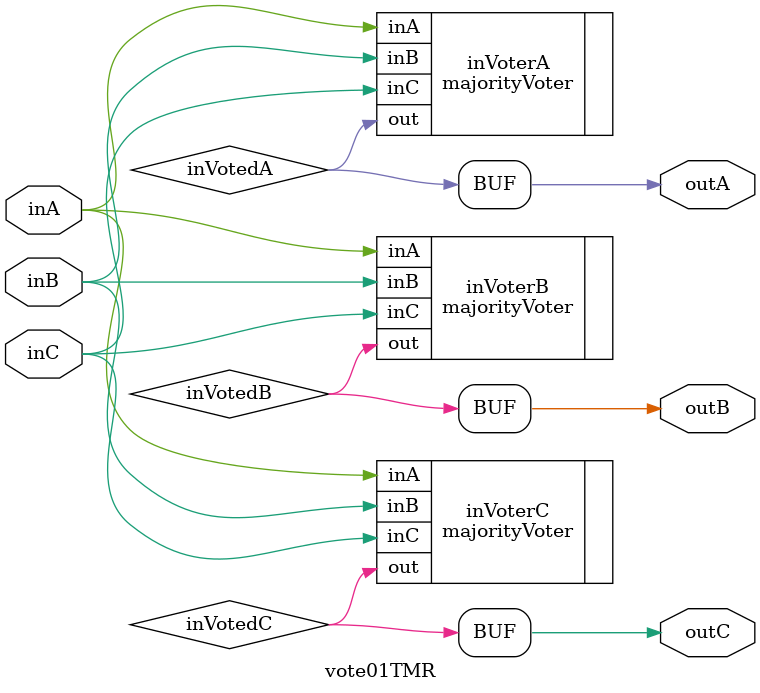
<source format=v>
module vote01TMR(
  inA,
  inB,
  inC,
  outA,
  outB,
  outC
);
input inA;
input inB;
input inC;
output outA;
output outB;
output outC;
assign outA =  inVotedA;
assign outB =  inVotedB;
assign outC =  inVotedC;

majorityVoter inVoterA (
  .inA(inA),
  .inB(inB),
  .inC(inC),
  .out(inVotedA)
);

majorityVoter inVoterB (
  .inA(inA),
  .inB(inB),
  .inC(inC),
  .out(inVotedB)
);

majorityVoter inVoterC (
  .inA(inA),
  .inB(inB),
  .inC(inC),
  .out(inVotedC)
);
endmodule

</source>
